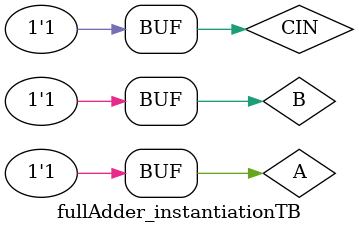
<source format=v>
/*
	fullAdder_instantiationTB
	for fullAdder
*/

module fullAdder_instantiationTB;

reg A, B, CIN;
wire SUM, COUT;

fullAdder_instantiation dut2(
								.a(A),
								.b(B),
								.cin(CIN),
								.sum(SUM),
								.cout(COUT)
								);
								
				initial begin
				A = 1'b0; B = 1'b0; CIN = 1'b0;
				
				// Delay 100 ns
				#100 				A = 1'b0; B = 1'b0; CIN = 1'b1;
				#100 				A = 1'b0; B = 1'b1; CIN = 1'b0;
				#100 				A = 1'b0; B = 1'b1; CIN = 1'b1;
				#100 				A = 1'b1; B = 1'b0; CIN = 1'b0;
				#100 				A = 1'b1; B = 1'b0; CIN = 1'b1;
				#100 				A = 1'b1; B = 1'b1; CIN = 1'b0;
				#100 				A = 1'b1; B = 1'b1; CIN = 1'b1;
				
				end
				
endmodule


</source>
